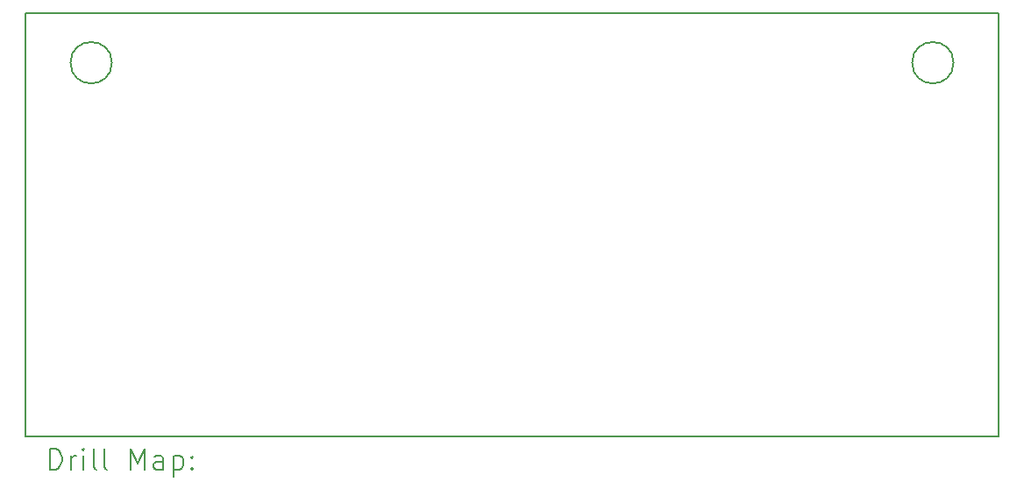
<source format=gbr>
%TF.GenerationSoftware,KiCad,Pcbnew,7.0.2-6a45011f42~172~ubuntu22.04.1*%
%TF.CreationDate,2023-05-29T20:36:31+02:00*%
%TF.ProjectId,politieflitser,706f6c69-7469-4656-966c-69747365722e,rev?*%
%TF.SameCoordinates,Original*%
%TF.FileFunction,Drillmap*%
%TF.FilePolarity,Positive*%
%FSLAX45Y45*%
G04 Gerber Fmt 4.5, Leading zero omitted, Abs format (unit mm)*
G04 Created by KiCad (PCBNEW 7.0.2-6a45011f42~172~ubuntu22.04.1) date 2023-05-29 20:36:31*
%MOMM*%
%LPD*%
G01*
G04 APERTURE LIST*
%ADD10C,0.200000*%
G04 APERTURE END LIST*
D10*
X11249000Y-2921000D02*
G75*
G03*
X11249000Y-2921000I-200000J0D01*
G01*
X2286000Y-2438400D02*
X11684000Y-2438400D01*
X11684000Y-6527800D01*
X2286000Y-6527800D01*
X2286000Y-2438400D01*
X3121000Y-2921000D02*
G75*
G03*
X3121000Y-2921000I-200000J0D01*
G01*
X2523619Y-6850324D02*
X2523619Y-6650324D01*
X2523619Y-6650324D02*
X2571238Y-6650324D01*
X2571238Y-6650324D02*
X2599810Y-6659848D01*
X2599810Y-6659848D02*
X2618857Y-6678895D01*
X2618857Y-6678895D02*
X2628381Y-6697943D01*
X2628381Y-6697943D02*
X2637905Y-6736038D01*
X2637905Y-6736038D02*
X2637905Y-6764609D01*
X2637905Y-6764609D02*
X2628381Y-6802705D01*
X2628381Y-6802705D02*
X2618857Y-6821752D01*
X2618857Y-6821752D02*
X2599810Y-6840800D01*
X2599810Y-6840800D02*
X2571238Y-6850324D01*
X2571238Y-6850324D02*
X2523619Y-6850324D01*
X2723619Y-6850324D02*
X2723619Y-6716990D01*
X2723619Y-6755086D02*
X2733143Y-6736038D01*
X2733143Y-6736038D02*
X2742667Y-6726514D01*
X2742667Y-6726514D02*
X2761714Y-6716990D01*
X2761714Y-6716990D02*
X2780762Y-6716990D01*
X2847428Y-6850324D02*
X2847428Y-6716990D01*
X2847428Y-6650324D02*
X2837905Y-6659848D01*
X2837905Y-6659848D02*
X2847428Y-6669371D01*
X2847428Y-6669371D02*
X2856952Y-6659848D01*
X2856952Y-6659848D02*
X2847428Y-6650324D01*
X2847428Y-6650324D02*
X2847428Y-6669371D01*
X2971238Y-6850324D02*
X2952190Y-6840800D01*
X2952190Y-6840800D02*
X2942667Y-6821752D01*
X2942667Y-6821752D02*
X2942667Y-6650324D01*
X3076000Y-6850324D02*
X3056952Y-6840800D01*
X3056952Y-6840800D02*
X3047428Y-6821752D01*
X3047428Y-6821752D02*
X3047428Y-6650324D01*
X3304571Y-6850324D02*
X3304571Y-6650324D01*
X3304571Y-6650324D02*
X3371238Y-6793181D01*
X3371238Y-6793181D02*
X3437905Y-6650324D01*
X3437905Y-6650324D02*
X3437905Y-6850324D01*
X3618857Y-6850324D02*
X3618857Y-6745562D01*
X3618857Y-6745562D02*
X3609333Y-6726514D01*
X3609333Y-6726514D02*
X3590286Y-6716990D01*
X3590286Y-6716990D02*
X3552190Y-6716990D01*
X3552190Y-6716990D02*
X3533143Y-6726514D01*
X3618857Y-6840800D02*
X3599809Y-6850324D01*
X3599809Y-6850324D02*
X3552190Y-6850324D01*
X3552190Y-6850324D02*
X3533143Y-6840800D01*
X3533143Y-6840800D02*
X3523619Y-6821752D01*
X3523619Y-6821752D02*
X3523619Y-6802705D01*
X3523619Y-6802705D02*
X3533143Y-6783657D01*
X3533143Y-6783657D02*
X3552190Y-6774133D01*
X3552190Y-6774133D02*
X3599809Y-6774133D01*
X3599809Y-6774133D02*
X3618857Y-6764609D01*
X3714095Y-6716990D02*
X3714095Y-6916990D01*
X3714095Y-6726514D02*
X3733143Y-6716990D01*
X3733143Y-6716990D02*
X3771238Y-6716990D01*
X3771238Y-6716990D02*
X3790286Y-6726514D01*
X3790286Y-6726514D02*
X3799809Y-6736038D01*
X3799809Y-6736038D02*
X3809333Y-6755086D01*
X3809333Y-6755086D02*
X3809333Y-6812228D01*
X3809333Y-6812228D02*
X3799809Y-6831276D01*
X3799809Y-6831276D02*
X3790286Y-6840800D01*
X3790286Y-6840800D02*
X3771238Y-6850324D01*
X3771238Y-6850324D02*
X3733143Y-6850324D01*
X3733143Y-6850324D02*
X3714095Y-6840800D01*
X3895048Y-6831276D02*
X3904571Y-6840800D01*
X3904571Y-6840800D02*
X3895048Y-6850324D01*
X3895048Y-6850324D02*
X3885524Y-6840800D01*
X3885524Y-6840800D02*
X3895048Y-6831276D01*
X3895048Y-6831276D02*
X3895048Y-6850324D01*
X3895048Y-6726514D02*
X3904571Y-6736038D01*
X3904571Y-6736038D02*
X3895048Y-6745562D01*
X3895048Y-6745562D02*
X3885524Y-6736038D01*
X3885524Y-6736038D02*
X3895048Y-6726514D01*
X3895048Y-6726514D02*
X3895048Y-6745562D01*
M02*

</source>
